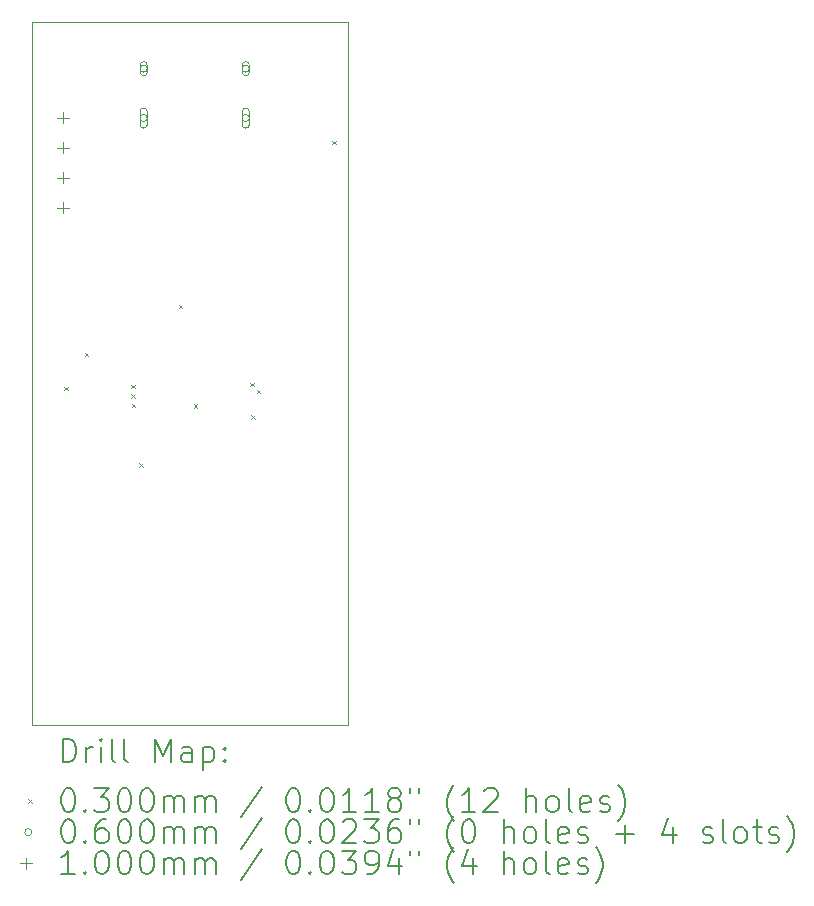
<source format=gbr>
%TF.GenerationSoftware,KiCad,Pcbnew,8.0.6*%
%TF.CreationDate,2025-05-14T20:02:42-04:00*%
%TF.ProjectId,touch_volume_controller,746f7563-685f-4766-9f6c-756d655f636f,rev?*%
%TF.SameCoordinates,Original*%
%TF.FileFunction,Drillmap*%
%TF.FilePolarity,Positive*%
%FSLAX45Y45*%
G04 Gerber Fmt 4.5, Leading zero omitted, Abs format (unit mm)*
G04 Created by KiCad (PCBNEW 8.0.6) date 2025-05-14 20:02:42*
%MOMM*%
%LPD*%
G01*
G04 APERTURE LIST*
%ADD10C,0.050000*%
%ADD11C,0.200000*%
%ADD12C,0.100000*%
G04 APERTURE END LIST*
D10*
X2834640Y-4841240D02*
X5511800Y-4841240D01*
X5511800Y-10797540D01*
X2834640Y-10797540D01*
X2834640Y-4841240D01*
D11*
D12*
X3107809Y-7933809D02*
X3137809Y-7963809D01*
X3137809Y-7933809D02*
X3107809Y-7963809D01*
X3279380Y-7643100D02*
X3309380Y-7673100D01*
X3309380Y-7643100D02*
X3279380Y-7673100D01*
X3672145Y-7913695D02*
X3702145Y-7943695D01*
X3702145Y-7913695D02*
X3672145Y-7943695D01*
X3675620Y-7993620D02*
X3705620Y-8023620D01*
X3705620Y-7993620D02*
X3675620Y-8023620D01*
X3678160Y-8074900D02*
X3708160Y-8104900D01*
X3708160Y-8074900D02*
X3678160Y-8104900D01*
X3742283Y-8578444D02*
X3772283Y-8608444D01*
X3772283Y-8578444D02*
X3742283Y-8608444D01*
X4076940Y-7239240D02*
X4106940Y-7269240D01*
X4106940Y-7239240D02*
X4076940Y-7269240D01*
X4202360Y-8078290D02*
X4232360Y-8108290D01*
X4232360Y-8078290D02*
X4202360Y-8108290D01*
X4679860Y-7896913D02*
X4709860Y-7926913D01*
X4709860Y-7896913D02*
X4679860Y-7926913D01*
X4691620Y-8173960D02*
X4721620Y-8203960D01*
X4721620Y-8173960D02*
X4691620Y-8203960D01*
X4735947Y-7956913D02*
X4765947Y-7986913D01*
X4765947Y-7956913D02*
X4735947Y-7986913D01*
X5374880Y-5847320D02*
X5404880Y-5877320D01*
X5404880Y-5847320D02*
X5374880Y-5877320D01*
X3809320Y-5239160D02*
G75*
G02*
X3749320Y-5239160I-30000J0D01*
G01*
X3749320Y-5239160D02*
G75*
G02*
X3809320Y-5239160I30000J0D01*
G01*
X3809320Y-5269160D02*
X3809320Y-5209160D01*
X3749320Y-5209160D02*
G75*
G02*
X3809320Y-5209160I30000J0D01*
G01*
X3749320Y-5209160D02*
X3749320Y-5269160D01*
X3749320Y-5269160D02*
G75*
G03*
X3809320Y-5269160I30000J0D01*
G01*
X3809320Y-5657160D02*
G75*
G02*
X3749320Y-5657160I-30000J0D01*
G01*
X3749320Y-5657160D02*
G75*
G02*
X3809320Y-5657160I30000J0D01*
G01*
X3809320Y-5712160D02*
X3809320Y-5602160D01*
X3749320Y-5602160D02*
G75*
G02*
X3809320Y-5602160I30000J0D01*
G01*
X3749320Y-5602160D02*
X3749320Y-5712160D01*
X3749320Y-5712160D02*
G75*
G03*
X3809320Y-5712160I30000J0D01*
G01*
X4673320Y-5239160D02*
G75*
G02*
X4613320Y-5239160I-30000J0D01*
G01*
X4613320Y-5239160D02*
G75*
G02*
X4673320Y-5239160I30000J0D01*
G01*
X4673320Y-5269160D02*
X4673320Y-5209160D01*
X4613320Y-5209160D02*
G75*
G02*
X4673320Y-5209160I30000J0D01*
G01*
X4613320Y-5209160D02*
X4613320Y-5269160D01*
X4613320Y-5269160D02*
G75*
G03*
X4673320Y-5269160I30000J0D01*
G01*
X4673320Y-5657160D02*
G75*
G02*
X4613320Y-5657160I-30000J0D01*
G01*
X4613320Y-5657160D02*
G75*
G02*
X4673320Y-5657160I30000J0D01*
G01*
X4673320Y-5712160D02*
X4673320Y-5602160D01*
X4613320Y-5602160D02*
G75*
G02*
X4673320Y-5602160I30000J0D01*
G01*
X4613320Y-5602160D02*
X4613320Y-5712160D01*
X4613320Y-5712160D02*
G75*
G03*
X4673320Y-5712160I30000J0D01*
G01*
X3096220Y-5602500D02*
X3096220Y-5702500D01*
X3046220Y-5652500D02*
X3146220Y-5652500D01*
X3096220Y-5856500D02*
X3096220Y-5956500D01*
X3046220Y-5906500D02*
X3146220Y-5906500D01*
X3096220Y-6110500D02*
X3096220Y-6210500D01*
X3046220Y-6160500D02*
X3146220Y-6160500D01*
X3096220Y-6364500D02*
X3096220Y-6464500D01*
X3046220Y-6414500D02*
X3146220Y-6414500D01*
D11*
X3092917Y-11111524D02*
X3092917Y-10911524D01*
X3092917Y-10911524D02*
X3140536Y-10911524D01*
X3140536Y-10911524D02*
X3169107Y-10921048D01*
X3169107Y-10921048D02*
X3188155Y-10940095D01*
X3188155Y-10940095D02*
X3197679Y-10959143D01*
X3197679Y-10959143D02*
X3207202Y-10997238D01*
X3207202Y-10997238D02*
X3207202Y-11025810D01*
X3207202Y-11025810D02*
X3197679Y-11063905D01*
X3197679Y-11063905D02*
X3188155Y-11082952D01*
X3188155Y-11082952D02*
X3169107Y-11102000D01*
X3169107Y-11102000D02*
X3140536Y-11111524D01*
X3140536Y-11111524D02*
X3092917Y-11111524D01*
X3292917Y-11111524D02*
X3292917Y-10978190D01*
X3292917Y-11016286D02*
X3302441Y-10997238D01*
X3302441Y-10997238D02*
X3311964Y-10987714D01*
X3311964Y-10987714D02*
X3331012Y-10978190D01*
X3331012Y-10978190D02*
X3350060Y-10978190D01*
X3416726Y-11111524D02*
X3416726Y-10978190D01*
X3416726Y-10911524D02*
X3407202Y-10921048D01*
X3407202Y-10921048D02*
X3416726Y-10930571D01*
X3416726Y-10930571D02*
X3426250Y-10921048D01*
X3426250Y-10921048D02*
X3416726Y-10911524D01*
X3416726Y-10911524D02*
X3416726Y-10930571D01*
X3540536Y-11111524D02*
X3521488Y-11102000D01*
X3521488Y-11102000D02*
X3511964Y-11082952D01*
X3511964Y-11082952D02*
X3511964Y-10911524D01*
X3645298Y-11111524D02*
X3626250Y-11102000D01*
X3626250Y-11102000D02*
X3616726Y-11082952D01*
X3616726Y-11082952D02*
X3616726Y-10911524D01*
X3873869Y-11111524D02*
X3873869Y-10911524D01*
X3873869Y-10911524D02*
X3940536Y-11054381D01*
X3940536Y-11054381D02*
X4007202Y-10911524D01*
X4007202Y-10911524D02*
X4007202Y-11111524D01*
X4188155Y-11111524D02*
X4188155Y-11006762D01*
X4188155Y-11006762D02*
X4178631Y-10987714D01*
X4178631Y-10987714D02*
X4159583Y-10978190D01*
X4159583Y-10978190D02*
X4121488Y-10978190D01*
X4121488Y-10978190D02*
X4102441Y-10987714D01*
X4188155Y-11102000D02*
X4169107Y-11111524D01*
X4169107Y-11111524D02*
X4121488Y-11111524D01*
X4121488Y-11111524D02*
X4102441Y-11102000D01*
X4102441Y-11102000D02*
X4092917Y-11082952D01*
X4092917Y-11082952D02*
X4092917Y-11063905D01*
X4092917Y-11063905D02*
X4102441Y-11044857D01*
X4102441Y-11044857D02*
X4121488Y-11035333D01*
X4121488Y-11035333D02*
X4169107Y-11035333D01*
X4169107Y-11035333D02*
X4188155Y-11025810D01*
X4283393Y-10978190D02*
X4283393Y-11178190D01*
X4283393Y-10987714D02*
X4302441Y-10978190D01*
X4302441Y-10978190D02*
X4340536Y-10978190D01*
X4340536Y-10978190D02*
X4359584Y-10987714D01*
X4359584Y-10987714D02*
X4369107Y-10997238D01*
X4369107Y-10997238D02*
X4378631Y-11016286D01*
X4378631Y-11016286D02*
X4378631Y-11073429D01*
X4378631Y-11073429D02*
X4369107Y-11092476D01*
X4369107Y-11092476D02*
X4359584Y-11102000D01*
X4359584Y-11102000D02*
X4340536Y-11111524D01*
X4340536Y-11111524D02*
X4302441Y-11111524D01*
X4302441Y-11111524D02*
X4283393Y-11102000D01*
X4464345Y-11092476D02*
X4473869Y-11102000D01*
X4473869Y-11102000D02*
X4464345Y-11111524D01*
X4464345Y-11111524D02*
X4454822Y-11102000D01*
X4454822Y-11102000D02*
X4464345Y-11092476D01*
X4464345Y-11092476D02*
X4464345Y-11111524D01*
X4464345Y-10987714D02*
X4473869Y-10997238D01*
X4473869Y-10997238D02*
X4464345Y-11006762D01*
X4464345Y-11006762D02*
X4454822Y-10997238D01*
X4454822Y-10997238D02*
X4464345Y-10987714D01*
X4464345Y-10987714D02*
X4464345Y-11006762D01*
D12*
X2802140Y-11425040D02*
X2832140Y-11455040D01*
X2832140Y-11425040D02*
X2802140Y-11455040D01*
D11*
X3131012Y-11331524D02*
X3150060Y-11331524D01*
X3150060Y-11331524D02*
X3169107Y-11341048D01*
X3169107Y-11341048D02*
X3178631Y-11350571D01*
X3178631Y-11350571D02*
X3188155Y-11369619D01*
X3188155Y-11369619D02*
X3197679Y-11407714D01*
X3197679Y-11407714D02*
X3197679Y-11455333D01*
X3197679Y-11455333D02*
X3188155Y-11493428D01*
X3188155Y-11493428D02*
X3178631Y-11512476D01*
X3178631Y-11512476D02*
X3169107Y-11522000D01*
X3169107Y-11522000D02*
X3150060Y-11531524D01*
X3150060Y-11531524D02*
X3131012Y-11531524D01*
X3131012Y-11531524D02*
X3111964Y-11522000D01*
X3111964Y-11522000D02*
X3102441Y-11512476D01*
X3102441Y-11512476D02*
X3092917Y-11493428D01*
X3092917Y-11493428D02*
X3083393Y-11455333D01*
X3083393Y-11455333D02*
X3083393Y-11407714D01*
X3083393Y-11407714D02*
X3092917Y-11369619D01*
X3092917Y-11369619D02*
X3102441Y-11350571D01*
X3102441Y-11350571D02*
X3111964Y-11341048D01*
X3111964Y-11341048D02*
X3131012Y-11331524D01*
X3283393Y-11512476D02*
X3292917Y-11522000D01*
X3292917Y-11522000D02*
X3283393Y-11531524D01*
X3283393Y-11531524D02*
X3273869Y-11522000D01*
X3273869Y-11522000D02*
X3283393Y-11512476D01*
X3283393Y-11512476D02*
X3283393Y-11531524D01*
X3359583Y-11331524D02*
X3483393Y-11331524D01*
X3483393Y-11331524D02*
X3416726Y-11407714D01*
X3416726Y-11407714D02*
X3445298Y-11407714D01*
X3445298Y-11407714D02*
X3464345Y-11417238D01*
X3464345Y-11417238D02*
X3473869Y-11426762D01*
X3473869Y-11426762D02*
X3483393Y-11445809D01*
X3483393Y-11445809D02*
X3483393Y-11493428D01*
X3483393Y-11493428D02*
X3473869Y-11512476D01*
X3473869Y-11512476D02*
X3464345Y-11522000D01*
X3464345Y-11522000D02*
X3445298Y-11531524D01*
X3445298Y-11531524D02*
X3388155Y-11531524D01*
X3388155Y-11531524D02*
X3369107Y-11522000D01*
X3369107Y-11522000D02*
X3359583Y-11512476D01*
X3607202Y-11331524D02*
X3626250Y-11331524D01*
X3626250Y-11331524D02*
X3645298Y-11341048D01*
X3645298Y-11341048D02*
X3654822Y-11350571D01*
X3654822Y-11350571D02*
X3664345Y-11369619D01*
X3664345Y-11369619D02*
X3673869Y-11407714D01*
X3673869Y-11407714D02*
X3673869Y-11455333D01*
X3673869Y-11455333D02*
X3664345Y-11493428D01*
X3664345Y-11493428D02*
X3654822Y-11512476D01*
X3654822Y-11512476D02*
X3645298Y-11522000D01*
X3645298Y-11522000D02*
X3626250Y-11531524D01*
X3626250Y-11531524D02*
X3607202Y-11531524D01*
X3607202Y-11531524D02*
X3588155Y-11522000D01*
X3588155Y-11522000D02*
X3578631Y-11512476D01*
X3578631Y-11512476D02*
X3569107Y-11493428D01*
X3569107Y-11493428D02*
X3559583Y-11455333D01*
X3559583Y-11455333D02*
X3559583Y-11407714D01*
X3559583Y-11407714D02*
X3569107Y-11369619D01*
X3569107Y-11369619D02*
X3578631Y-11350571D01*
X3578631Y-11350571D02*
X3588155Y-11341048D01*
X3588155Y-11341048D02*
X3607202Y-11331524D01*
X3797679Y-11331524D02*
X3816726Y-11331524D01*
X3816726Y-11331524D02*
X3835774Y-11341048D01*
X3835774Y-11341048D02*
X3845298Y-11350571D01*
X3845298Y-11350571D02*
X3854822Y-11369619D01*
X3854822Y-11369619D02*
X3864345Y-11407714D01*
X3864345Y-11407714D02*
X3864345Y-11455333D01*
X3864345Y-11455333D02*
X3854822Y-11493428D01*
X3854822Y-11493428D02*
X3845298Y-11512476D01*
X3845298Y-11512476D02*
X3835774Y-11522000D01*
X3835774Y-11522000D02*
X3816726Y-11531524D01*
X3816726Y-11531524D02*
X3797679Y-11531524D01*
X3797679Y-11531524D02*
X3778631Y-11522000D01*
X3778631Y-11522000D02*
X3769107Y-11512476D01*
X3769107Y-11512476D02*
X3759583Y-11493428D01*
X3759583Y-11493428D02*
X3750060Y-11455333D01*
X3750060Y-11455333D02*
X3750060Y-11407714D01*
X3750060Y-11407714D02*
X3759583Y-11369619D01*
X3759583Y-11369619D02*
X3769107Y-11350571D01*
X3769107Y-11350571D02*
X3778631Y-11341048D01*
X3778631Y-11341048D02*
X3797679Y-11331524D01*
X3950060Y-11531524D02*
X3950060Y-11398190D01*
X3950060Y-11417238D02*
X3959583Y-11407714D01*
X3959583Y-11407714D02*
X3978631Y-11398190D01*
X3978631Y-11398190D02*
X4007203Y-11398190D01*
X4007203Y-11398190D02*
X4026250Y-11407714D01*
X4026250Y-11407714D02*
X4035774Y-11426762D01*
X4035774Y-11426762D02*
X4035774Y-11531524D01*
X4035774Y-11426762D02*
X4045298Y-11407714D01*
X4045298Y-11407714D02*
X4064345Y-11398190D01*
X4064345Y-11398190D02*
X4092917Y-11398190D01*
X4092917Y-11398190D02*
X4111964Y-11407714D01*
X4111964Y-11407714D02*
X4121488Y-11426762D01*
X4121488Y-11426762D02*
X4121488Y-11531524D01*
X4216726Y-11531524D02*
X4216726Y-11398190D01*
X4216726Y-11417238D02*
X4226250Y-11407714D01*
X4226250Y-11407714D02*
X4245298Y-11398190D01*
X4245298Y-11398190D02*
X4273869Y-11398190D01*
X4273869Y-11398190D02*
X4292917Y-11407714D01*
X4292917Y-11407714D02*
X4302441Y-11426762D01*
X4302441Y-11426762D02*
X4302441Y-11531524D01*
X4302441Y-11426762D02*
X4311965Y-11407714D01*
X4311965Y-11407714D02*
X4331012Y-11398190D01*
X4331012Y-11398190D02*
X4359584Y-11398190D01*
X4359584Y-11398190D02*
X4378631Y-11407714D01*
X4378631Y-11407714D02*
X4388155Y-11426762D01*
X4388155Y-11426762D02*
X4388155Y-11531524D01*
X4778631Y-11322000D02*
X4607203Y-11579143D01*
X5035774Y-11331524D02*
X5054822Y-11331524D01*
X5054822Y-11331524D02*
X5073869Y-11341048D01*
X5073869Y-11341048D02*
X5083393Y-11350571D01*
X5083393Y-11350571D02*
X5092917Y-11369619D01*
X5092917Y-11369619D02*
X5102441Y-11407714D01*
X5102441Y-11407714D02*
X5102441Y-11455333D01*
X5102441Y-11455333D02*
X5092917Y-11493428D01*
X5092917Y-11493428D02*
X5083393Y-11512476D01*
X5083393Y-11512476D02*
X5073869Y-11522000D01*
X5073869Y-11522000D02*
X5054822Y-11531524D01*
X5054822Y-11531524D02*
X5035774Y-11531524D01*
X5035774Y-11531524D02*
X5016727Y-11522000D01*
X5016727Y-11522000D02*
X5007203Y-11512476D01*
X5007203Y-11512476D02*
X4997679Y-11493428D01*
X4997679Y-11493428D02*
X4988155Y-11455333D01*
X4988155Y-11455333D02*
X4988155Y-11407714D01*
X4988155Y-11407714D02*
X4997679Y-11369619D01*
X4997679Y-11369619D02*
X5007203Y-11350571D01*
X5007203Y-11350571D02*
X5016727Y-11341048D01*
X5016727Y-11341048D02*
X5035774Y-11331524D01*
X5188155Y-11512476D02*
X5197679Y-11522000D01*
X5197679Y-11522000D02*
X5188155Y-11531524D01*
X5188155Y-11531524D02*
X5178631Y-11522000D01*
X5178631Y-11522000D02*
X5188155Y-11512476D01*
X5188155Y-11512476D02*
X5188155Y-11531524D01*
X5321488Y-11331524D02*
X5340536Y-11331524D01*
X5340536Y-11331524D02*
X5359584Y-11341048D01*
X5359584Y-11341048D02*
X5369108Y-11350571D01*
X5369108Y-11350571D02*
X5378631Y-11369619D01*
X5378631Y-11369619D02*
X5388155Y-11407714D01*
X5388155Y-11407714D02*
X5388155Y-11455333D01*
X5388155Y-11455333D02*
X5378631Y-11493428D01*
X5378631Y-11493428D02*
X5369108Y-11512476D01*
X5369108Y-11512476D02*
X5359584Y-11522000D01*
X5359584Y-11522000D02*
X5340536Y-11531524D01*
X5340536Y-11531524D02*
X5321488Y-11531524D01*
X5321488Y-11531524D02*
X5302441Y-11522000D01*
X5302441Y-11522000D02*
X5292917Y-11512476D01*
X5292917Y-11512476D02*
X5283393Y-11493428D01*
X5283393Y-11493428D02*
X5273869Y-11455333D01*
X5273869Y-11455333D02*
X5273869Y-11407714D01*
X5273869Y-11407714D02*
X5283393Y-11369619D01*
X5283393Y-11369619D02*
X5292917Y-11350571D01*
X5292917Y-11350571D02*
X5302441Y-11341048D01*
X5302441Y-11341048D02*
X5321488Y-11331524D01*
X5578631Y-11531524D02*
X5464346Y-11531524D01*
X5521488Y-11531524D02*
X5521488Y-11331524D01*
X5521488Y-11331524D02*
X5502441Y-11360095D01*
X5502441Y-11360095D02*
X5483393Y-11379143D01*
X5483393Y-11379143D02*
X5464346Y-11388667D01*
X5769107Y-11531524D02*
X5654822Y-11531524D01*
X5711965Y-11531524D02*
X5711965Y-11331524D01*
X5711965Y-11331524D02*
X5692917Y-11360095D01*
X5692917Y-11360095D02*
X5673869Y-11379143D01*
X5673869Y-11379143D02*
X5654822Y-11388667D01*
X5883393Y-11417238D02*
X5864346Y-11407714D01*
X5864346Y-11407714D02*
X5854822Y-11398190D01*
X5854822Y-11398190D02*
X5845298Y-11379143D01*
X5845298Y-11379143D02*
X5845298Y-11369619D01*
X5845298Y-11369619D02*
X5854822Y-11350571D01*
X5854822Y-11350571D02*
X5864346Y-11341048D01*
X5864346Y-11341048D02*
X5883393Y-11331524D01*
X5883393Y-11331524D02*
X5921488Y-11331524D01*
X5921488Y-11331524D02*
X5940536Y-11341048D01*
X5940536Y-11341048D02*
X5950060Y-11350571D01*
X5950060Y-11350571D02*
X5959584Y-11369619D01*
X5959584Y-11369619D02*
X5959584Y-11379143D01*
X5959584Y-11379143D02*
X5950060Y-11398190D01*
X5950060Y-11398190D02*
X5940536Y-11407714D01*
X5940536Y-11407714D02*
X5921488Y-11417238D01*
X5921488Y-11417238D02*
X5883393Y-11417238D01*
X5883393Y-11417238D02*
X5864346Y-11426762D01*
X5864346Y-11426762D02*
X5854822Y-11436286D01*
X5854822Y-11436286D02*
X5845298Y-11455333D01*
X5845298Y-11455333D02*
X5845298Y-11493428D01*
X5845298Y-11493428D02*
X5854822Y-11512476D01*
X5854822Y-11512476D02*
X5864346Y-11522000D01*
X5864346Y-11522000D02*
X5883393Y-11531524D01*
X5883393Y-11531524D02*
X5921488Y-11531524D01*
X5921488Y-11531524D02*
X5940536Y-11522000D01*
X5940536Y-11522000D02*
X5950060Y-11512476D01*
X5950060Y-11512476D02*
X5959584Y-11493428D01*
X5959584Y-11493428D02*
X5959584Y-11455333D01*
X5959584Y-11455333D02*
X5950060Y-11436286D01*
X5950060Y-11436286D02*
X5940536Y-11426762D01*
X5940536Y-11426762D02*
X5921488Y-11417238D01*
X6035774Y-11331524D02*
X6035774Y-11369619D01*
X6111965Y-11331524D02*
X6111965Y-11369619D01*
X6407203Y-11607714D02*
X6397679Y-11598190D01*
X6397679Y-11598190D02*
X6378631Y-11569619D01*
X6378631Y-11569619D02*
X6369108Y-11550571D01*
X6369108Y-11550571D02*
X6359584Y-11522000D01*
X6359584Y-11522000D02*
X6350060Y-11474381D01*
X6350060Y-11474381D02*
X6350060Y-11436286D01*
X6350060Y-11436286D02*
X6359584Y-11388667D01*
X6359584Y-11388667D02*
X6369108Y-11360095D01*
X6369108Y-11360095D02*
X6378631Y-11341048D01*
X6378631Y-11341048D02*
X6397679Y-11312476D01*
X6397679Y-11312476D02*
X6407203Y-11302952D01*
X6588155Y-11531524D02*
X6473869Y-11531524D01*
X6531012Y-11531524D02*
X6531012Y-11331524D01*
X6531012Y-11331524D02*
X6511965Y-11360095D01*
X6511965Y-11360095D02*
X6492917Y-11379143D01*
X6492917Y-11379143D02*
X6473869Y-11388667D01*
X6664346Y-11350571D02*
X6673869Y-11341048D01*
X6673869Y-11341048D02*
X6692917Y-11331524D01*
X6692917Y-11331524D02*
X6740536Y-11331524D01*
X6740536Y-11331524D02*
X6759584Y-11341048D01*
X6759584Y-11341048D02*
X6769108Y-11350571D01*
X6769108Y-11350571D02*
X6778631Y-11369619D01*
X6778631Y-11369619D02*
X6778631Y-11388667D01*
X6778631Y-11388667D02*
X6769108Y-11417238D01*
X6769108Y-11417238D02*
X6654822Y-11531524D01*
X6654822Y-11531524D02*
X6778631Y-11531524D01*
X7016727Y-11531524D02*
X7016727Y-11331524D01*
X7102441Y-11531524D02*
X7102441Y-11426762D01*
X7102441Y-11426762D02*
X7092917Y-11407714D01*
X7092917Y-11407714D02*
X7073870Y-11398190D01*
X7073870Y-11398190D02*
X7045298Y-11398190D01*
X7045298Y-11398190D02*
X7026250Y-11407714D01*
X7026250Y-11407714D02*
X7016727Y-11417238D01*
X7226250Y-11531524D02*
X7207203Y-11522000D01*
X7207203Y-11522000D02*
X7197679Y-11512476D01*
X7197679Y-11512476D02*
X7188155Y-11493428D01*
X7188155Y-11493428D02*
X7188155Y-11436286D01*
X7188155Y-11436286D02*
X7197679Y-11417238D01*
X7197679Y-11417238D02*
X7207203Y-11407714D01*
X7207203Y-11407714D02*
X7226250Y-11398190D01*
X7226250Y-11398190D02*
X7254822Y-11398190D01*
X7254822Y-11398190D02*
X7273870Y-11407714D01*
X7273870Y-11407714D02*
X7283393Y-11417238D01*
X7283393Y-11417238D02*
X7292917Y-11436286D01*
X7292917Y-11436286D02*
X7292917Y-11493428D01*
X7292917Y-11493428D02*
X7283393Y-11512476D01*
X7283393Y-11512476D02*
X7273870Y-11522000D01*
X7273870Y-11522000D02*
X7254822Y-11531524D01*
X7254822Y-11531524D02*
X7226250Y-11531524D01*
X7407203Y-11531524D02*
X7388155Y-11522000D01*
X7388155Y-11522000D02*
X7378631Y-11502952D01*
X7378631Y-11502952D02*
X7378631Y-11331524D01*
X7559584Y-11522000D02*
X7540536Y-11531524D01*
X7540536Y-11531524D02*
X7502441Y-11531524D01*
X7502441Y-11531524D02*
X7483393Y-11522000D01*
X7483393Y-11522000D02*
X7473870Y-11502952D01*
X7473870Y-11502952D02*
X7473870Y-11426762D01*
X7473870Y-11426762D02*
X7483393Y-11407714D01*
X7483393Y-11407714D02*
X7502441Y-11398190D01*
X7502441Y-11398190D02*
X7540536Y-11398190D01*
X7540536Y-11398190D02*
X7559584Y-11407714D01*
X7559584Y-11407714D02*
X7569108Y-11426762D01*
X7569108Y-11426762D02*
X7569108Y-11445809D01*
X7569108Y-11445809D02*
X7473870Y-11464857D01*
X7645298Y-11522000D02*
X7664346Y-11531524D01*
X7664346Y-11531524D02*
X7702441Y-11531524D01*
X7702441Y-11531524D02*
X7721489Y-11522000D01*
X7721489Y-11522000D02*
X7731012Y-11502952D01*
X7731012Y-11502952D02*
X7731012Y-11493428D01*
X7731012Y-11493428D02*
X7721489Y-11474381D01*
X7721489Y-11474381D02*
X7702441Y-11464857D01*
X7702441Y-11464857D02*
X7673870Y-11464857D01*
X7673870Y-11464857D02*
X7654822Y-11455333D01*
X7654822Y-11455333D02*
X7645298Y-11436286D01*
X7645298Y-11436286D02*
X7645298Y-11426762D01*
X7645298Y-11426762D02*
X7654822Y-11407714D01*
X7654822Y-11407714D02*
X7673870Y-11398190D01*
X7673870Y-11398190D02*
X7702441Y-11398190D01*
X7702441Y-11398190D02*
X7721489Y-11407714D01*
X7797679Y-11607714D02*
X7807203Y-11598190D01*
X7807203Y-11598190D02*
X7826251Y-11569619D01*
X7826251Y-11569619D02*
X7835774Y-11550571D01*
X7835774Y-11550571D02*
X7845298Y-11522000D01*
X7845298Y-11522000D02*
X7854822Y-11474381D01*
X7854822Y-11474381D02*
X7854822Y-11436286D01*
X7854822Y-11436286D02*
X7845298Y-11388667D01*
X7845298Y-11388667D02*
X7835774Y-11360095D01*
X7835774Y-11360095D02*
X7826251Y-11341048D01*
X7826251Y-11341048D02*
X7807203Y-11312476D01*
X7807203Y-11312476D02*
X7797679Y-11302952D01*
D12*
X2832140Y-11704040D02*
G75*
G02*
X2772140Y-11704040I-30000J0D01*
G01*
X2772140Y-11704040D02*
G75*
G02*
X2832140Y-11704040I30000J0D01*
G01*
D11*
X3131012Y-11595524D02*
X3150060Y-11595524D01*
X3150060Y-11595524D02*
X3169107Y-11605048D01*
X3169107Y-11605048D02*
X3178631Y-11614571D01*
X3178631Y-11614571D02*
X3188155Y-11633619D01*
X3188155Y-11633619D02*
X3197679Y-11671714D01*
X3197679Y-11671714D02*
X3197679Y-11719333D01*
X3197679Y-11719333D02*
X3188155Y-11757428D01*
X3188155Y-11757428D02*
X3178631Y-11776476D01*
X3178631Y-11776476D02*
X3169107Y-11786000D01*
X3169107Y-11786000D02*
X3150060Y-11795524D01*
X3150060Y-11795524D02*
X3131012Y-11795524D01*
X3131012Y-11795524D02*
X3111964Y-11786000D01*
X3111964Y-11786000D02*
X3102441Y-11776476D01*
X3102441Y-11776476D02*
X3092917Y-11757428D01*
X3092917Y-11757428D02*
X3083393Y-11719333D01*
X3083393Y-11719333D02*
X3083393Y-11671714D01*
X3083393Y-11671714D02*
X3092917Y-11633619D01*
X3092917Y-11633619D02*
X3102441Y-11614571D01*
X3102441Y-11614571D02*
X3111964Y-11605048D01*
X3111964Y-11605048D02*
X3131012Y-11595524D01*
X3283393Y-11776476D02*
X3292917Y-11786000D01*
X3292917Y-11786000D02*
X3283393Y-11795524D01*
X3283393Y-11795524D02*
X3273869Y-11786000D01*
X3273869Y-11786000D02*
X3283393Y-11776476D01*
X3283393Y-11776476D02*
X3283393Y-11795524D01*
X3464345Y-11595524D02*
X3426250Y-11595524D01*
X3426250Y-11595524D02*
X3407202Y-11605048D01*
X3407202Y-11605048D02*
X3397679Y-11614571D01*
X3397679Y-11614571D02*
X3378631Y-11643143D01*
X3378631Y-11643143D02*
X3369107Y-11681238D01*
X3369107Y-11681238D02*
X3369107Y-11757428D01*
X3369107Y-11757428D02*
X3378631Y-11776476D01*
X3378631Y-11776476D02*
X3388155Y-11786000D01*
X3388155Y-11786000D02*
X3407202Y-11795524D01*
X3407202Y-11795524D02*
X3445298Y-11795524D01*
X3445298Y-11795524D02*
X3464345Y-11786000D01*
X3464345Y-11786000D02*
X3473869Y-11776476D01*
X3473869Y-11776476D02*
X3483393Y-11757428D01*
X3483393Y-11757428D02*
X3483393Y-11709809D01*
X3483393Y-11709809D02*
X3473869Y-11690762D01*
X3473869Y-11690762D02*
X3464345Y-11681238D01*
X3464345Y-11681238D02*
X3445298Y-11671714D01*
X3445298Y-11671714D02*
X3407202Y-11671714D01*
X3407202Y-11671714D02*
X3388155Y-11681238D01*
X3388155Y-11681238D02*
X3378631Y-11690762D01*
X3378631Y-11690762D02*
X3369107Y-11709809D01*
X3607202Y-11595524D02*
X3626250Y-11595524D01*
X3626250Y-11595524D02*
X3645298Y-11605048D01*
X3645298Y-11605048D02*
X3654822Y-11614571D01*
X3654822Y-11614571D02*
X3664345Y-11633619D01*
X3664345Y-11633619D02*
X3673869Y-11671714D01*
X3673869Y-11671714D02*
X3673869Y-11719333D01*
X3673869Y-11719333D02*
X3664345Y-11757428D01*
X3664345Y-11757428D02*
X3654822Y-11776476D01*
X3654822Y-11776476D02*
X3645298Y-11786000D01*
X3645298Y-11786000D02*
X3626250Y-11795524D01*
X3626250Y-11795524D02*
X3607202Y-11795524D01*
X3607202Y-11795524D02*
X3588155Y-11786000D01*
X3588155Y-11786000D02*
X3578631Y-11776476D01*
X3578631Y-11776476D02*
X3569107Y-11757428D01*
X3569107Y-11757428D02*
X3559583Y-11719333D01*
X3559583Y-11719333D02*
X3559583Y-11671714D01*
X3559583Y-11671714D02*
X3569107Y-11633619D01*
X3569107Y-11633619D02*
X3578631Y-11614571D01*
X3578631Y-11614571D02*
X3588155Y-11605048D01*
X3588155Y-11605048D02*
X3607202Y-11595524D01*
X3797679Y-11595524D02*
X3816726Y-11595524D01*
X3816726Y-11595524D02*
X3835774Y-11605048D01*
X3835774Y-11605048D02*
X3845298Y-11614571D01*
X3845298Y-11614571D02*
X3854822Y-11633619D01*
X3854822Y-11633619D02*
X3864345Y-11671714D01*
X3864345Y-11671714D02*
X3864345Y-11719333D01*
X3864345Y-11719333D02*
X3854822Y-11757428D01*
X3854822Y-11757428D02*
X3845298Y-11776476D01*
X3845298Y-11776476D02*
X3835774Y-11786000D01*
X3835774Y-11786000D02*
X3816726Y-11795524D01*
X3816726Y-11795524D02*
X3797679Y-11795524D01*
X3797679Y-11795524D02*
X3778631Y-11786000D01*
X3778631Y-11786000D02*
X3769107Y-11776476D01*
X3769107Y-11776476D02*
X3759583Y-11757428D01*
X3759583Y-11757428D02*
X3750060Y-11719333D01*
X3750060Y-11719333D02*
X3750060Y-11671714D01*
X3750060Y-11671714D02*
X3759583Y-11633619D01*
X3759583Y-11633619D02*
X3769107Y-11614571D01*
X3769107Y-11614571D02*
X3778631Y-11605048D01*
X3778631Y-11605048D02*
X3797679Y-11595524D01*
X3950060Y-11795524D02*
X3950060Y-11662190D01*
X3950060Y-11681238D02*
X3959583Y-11671714D01*
X3959583Y-11671714D02*
X3978631Y-11662190D01*
X3978631Y-11662190D02*
X4007203Y-11662190D01*
X4007203Y-11662190D02*
X4026250Y-11671714D01*
X4026250Y-11671714D02*
X4035774Y-11690762D01*
X4035774Y-11690762D02*
X4035774Y-11795524D01*
X4035774Y-11690762D02*
X4045298Y-11671714D01*
X4045298Y-11671714D02*
X4064345Y-11662190D01*
X4064345Y-11662190D02*
X4092917Y-11662190D01*
X4092917Y-11662190D02*
X4111964Y-11671714D01*
X4111964Y-11671714D02*
X4121488Y-11690762D01*
X4121488Y-11690762D02*
X4121488Y-11795524D01*
X4216726Y-11795524D02*
X4216726Y-11662190D01*
X4216726Y-11681238D02*
X4226250Y-11671714D01*
X4226250Y-11671714D02*
X4245298Y-11662190D01*
X4245298Y-11662190D02*
X4273869Y-11662190D01*
X4273869Y-11662190D02*
X4292917Y-11671714D01*
X4292917Y-11671714D02*
X4302441Y-11690762D01*
X4302441Y-11690762D02*
X4302441Y-11795524D01*
X4302441Y-11690762D02*
X4311965Y-11671714D01*
X4311965Y-11671714D02*
X4331012Y-11662190D01*
X4331012Y-11662190D02*
X4359584Y-11662190D01*
X4359584Y-11662190D02*
X4378631Y-11671714D01*
X4378631Y-11671714D02*
X4388155Y-11690762D01*
X4388155Y-11690762D02*
X4388155Y-11795524D01*
X4778631Y-11586000D02*
X4607203Y-11843143D01*
X5035774Y-11595524D02*
X5054822Y-11595524D01*
X5054822Y-11595524D02*
X5073869Y-11605048D01*
X5073869Y-11605048D02*
X5083393Y-11614571D01*
X5083393Y-11614571D02*
X5092917Y-11633619D01*
X5092917Y-11633619D02*
X5102441Y-11671714D01*
X5102441Y-11671714D02*
X5102441Y-11719333D01*
X5102441Y-11719333D02*
X5092917Y-11757428D01*
X5092917Y-11757428D02*
X5083393Y-11776476D01*
X5083393Y-11776476D02*
X5073869Y-11786000D01*
X5073869Y-11786000D02*
X5054822Y-11795524D01*
X5054822Y-11795524D02*
X5035774Y-11795524D01*
X5035774Y-11795524D02*
X5016727Y-11786000D01*
X5016727Y-11786000D02*
X5007203Y-11776476D01*
X5007203Y-11776476D02*
X4997679Y-11757428D01*
X4997679Y-11757428D02*
X4988155Y-11719333D01*
X4988155Y-11719333D02*
X4988155Y-11671714D01*
X4988155Y-11671714D02*
X4997679Y-11633619D01*
X4997679Y-11633619D02*
X5007203Y-11614571D01*
X5007203Y-11614571D02*
X5016727Y-11605048D01*
X5016727Y-11605048D02*
X5035774Y-11595524D01*
X5188155Y-11776476D02*
X5197679Y-11786000D01*
X5197679Y-11786000D02*
X5188155Y-11795524D01*
X5188155Y-11795524D02*
X5178631Y-11786000D01*
X5178631Y-11786000D02*
X5188155Y-11776476D01*
X5188155Y-11776476D02*
X5188155Y-11795524D01*
X5321488Y-11595524D02*
X5340536Y-11595524D01*
X5340536Y-11595524D02*
X5359584Y-11605048D01*
X5359584Y-11605048D02*
X5369108Y-11614571D01*
X5369108Y-11614571D02*
X5378631Y-11633619D01*
X5378631Y-11633619D02*
X5388155Y-11671714D01*
X5388155Y-11671714D02*
X5388155Y-11719333D01*
X5388155Y-11719333D02*
X5378631Y-11757428D01*
X5378631Y-11757428D02*
X5369108Y-11776476D01*
X5369108Y-11776476D02*
X5359584Y-11786000D01*
X5359584Y-11786000D02*
X5340536Y-11795524D01*
X5340536Y-11795524D02*
X5321488Y-11795524D01*
X5321488Y-11795524D02*
X5302441Y-11786000D01*
X5302441Y-11786000D02*
X5292917Y-11776476D01*
X5292917Y-11776476D02*
X5283393Y-11757428D01*
X5283393Y-11757428D02*
X5273869Y-11719333D01*
X5273869Y-11719333D02*
X5273869Y-11671714D01*
X5273869Y-11671714D02*
X5283393Y-11633619D01*
X5283393Y-11633619D02*
X5292917Y-11614571D01*
X5292917Y-11614571D02*
X5302441Y-11605048D01*
X5302441Y-11605048D02*
X5321488Y-11595524D01*
X5464346Y-11614571D02*
X5473869Y-11605048D01*
X5473869Y-11605048D02*
X5492917Y-11595524D01*
X5492917Y-11595524D02*
X5540536Y-11595524D01*
X5540536Y-11595524D02*
X5559584Y-11605048D01*
X5559584Y-11605048D02*
X5569108Y-11614571D01*
X5569108Y-11614571D02*
X5578631Y-11633619D01*
X5578631Y-11633619D02*
X5578631Y-11652667D01*
X5578631Y-11652667D02*
X5569108Y-11681238D01*
X5569108Y-11681238D02*
X5454822Y-11795524D01*
X5454822Y-11795524D02*
X5578631Y-11795524D01*
X5645298Y-11595524D02*
X5769107Y-11595524D01*
X5769107Y-11595524D02*
X5702441Y-11671714D01*
X5702441Y-11671714D02*
X5731012Y-11671714D01*
X5731012Y-11671714D02*
X5750060Y-11681238D01*
X5750060Y-11681238D02*
X5759584Y-11690762D01*
X5759584Y-11690762D02*
X5769107Y-11709809D01*
X5769107Y-11709809D02*
X5769107Y-11757428D01*
X5769107Y-11757428D02*
X5759584Y-11776476D01*
X5759584Y-11776476D02*
X5750060Y-11786000D01*
X5750060Y-11786000D02*
X5731012Y-11795524D01*
X5731012Y-11795524D02*
X5673869Y-11795524D01*
X5673869Y-11795524D02*
X5654822Y-11786000D01*
X5654822Y-11786000D02*
X5645298Y-11776476D01*
X5940536Y-11595524D02*
X5902441Y-11595524D01*
X5902441Y-11595524D02*
X5883393Y-11605048D01*
X5883393Y-11605048D02*
X5873869Y-11614571D01*
X5873869Y-11614571D02*
X5854822Y-11643143D01*
X5854822Y-11643143D02*
X5845298Y-11681238D01*
X5845298Y-11681238D02*
X5845298Y-11757428D01*
X5845298Y-11757428D02*
X5854822Y-11776476D01*
X5854822Y-11776476D02*
X5864346Y-11786000D01*
X5864346Y-11786000D02*
X5883393Y-11795524D01*
X5883393Y-11795524D02*
X5921488Y-11795524D01*
X5921488Y-11795524D02*
X5940536Y-11786000D01*
X5940536Y-11786000D02*
X5950060Y-11776476D01*
X5950060Y-11776476D02*
X5959584Y-11757428D01*
X5959584Y-11757428D02*
X5959584Y-11709809D01*
X5959584Y-11709809D02*
X5950060Y-11690762D01*
X5950060Y-11690762D02*
X5940536Y-11681238D01*
X5940536Y-11681238D02*
X5921488Y-11671714D01*
X5921488Y-11671714D02*
X5883393Y-11671714D01*
X5883393Y-11671714D02*
X5864346Y-11681238D01*
X5864346Y-11681238D02*
X5854822Y-11690762D01*
X5854822Y-11690762D02*
X5845298Y-11709809D01*
X6035774Y-11595524D02*
X6035774Y-11633619D01*
X6111965Y-11595524D02*
X6111965Y-11633619D01*
X6407203Y-11871714D02*
X6397679Y-11862190D01*
X6397679Y-11862190D02*
X6378631Y-11833619D01*
X6378631Y-11833619D02*
X6369108Y-11814571D01*
X6369108Y-11814571D02*
X6359584Y-11786000D01*
X6359584Y-11786000D02*
X6350060Y-11738381D01*
X6350060Y-11738381D02*
X6350060Y-11700286D01*
X6350060Y-11700286D02*
X6359584Y-11652667D01*
X6359584Y-11652667D02*
X6369108Y-11624095D01*
X6369108Y-11624095D02*
X6378631Y-11605048D01*
X6378631Y-11605048D02*
X6397679Y-11576476D01*
X6397679Y-11576476D02*
X6407203Y-11566952D01*
X6521488Y-11595524D02*
X6540536Y-11595524D01*
X6540536Y-11595524D02*
X6559584Y-11605048D01*
X6559584Y-11605048D02*
X6569108Y-11614571D01*
X6569108Y-11614571D02*
X6578631Y-11633619D01*
X6578631Y-11633619D02*
X6588155Y-11671714D01*
X6588155Y-11671714D02*
X6588155Y-11719333D01*
X6588155Y-11719333D02*
X6578631Y-11757428D01*
X6578631Y-11757428D02*
X6569108Y-11776476D01*
X6569108Y-11776476D02*
X6559584Y-11786000D01*
X6559584Y-11786000D02*
X6540536Y-11795524D01*
X6540536Y-11795524D02*
X6521488Y-11795524D01*
X6521488Y-11795524D02*
X6502441Y-11786000D01*
X6502441Y-11786000D02*
X6492917Y-11776476D01*
X6492917Y-11776476D02*
X6483393Y-11757428D01*
X6483393Y-11757428D02*
X6473869Y-11719333D01*
X6473869Y-11719333D02*
X6473869Y-11671714D01*
X6473869Y-11671714D02*
X6483393Y-11633619D01*
X6483393Y-11633619D02*
X6492917Y-11614571D01*
X6492917Y-11614571D02*
X6502441Y-11605048D01*
X6502441Y-11605048D02*
X6521488Y-11595524D01*
X6826250Y-11795524D02*
X6826250Y-11595524D01*
X6911965Y-11795524D02*
X6911965Y-11690762D01*
X6911965Y-11690762D02*
X6902441Y-11671714D01*
X6902441Y-11671714D02*
X6883393Y-11662190D01*
X6883393Y-11662190D02*
X6854822Y-11662190D01*
X6854822Y-11662190D02*
X6835774Y-11671714D01*
X6835774Y-11671714D02*
X6826250Y-11681238D01*
X7035774Y-11795524D02*
X7016727Y-11786000D01*
X7016727Y-11786000D02*
X7007203Y-11776476D01*
X7007203Y-11776476D02*
X6997679Y-11757428D01*
X6997679Y-11757428D02*
X6997679Y-11700286D01*
X6997679Y-11700286D02*
X7007203Y-11681238D01*
X7007203Y-11681238D02*
X7016727Y-11671714D01*
X7016727Y-11671714D02*
X7035774Y-11662190D01*
X7035774Y-11662190D02*
X7064346Y-11662190D01*
X7064346Y-11662190D02*
X7083393Y-11671714D01*
X7083393Y-11671714D02*
X7092917Y-11681238D01*
X7092917Y-11681238D02*
X7102441Y-11700286D01*
X7102441Y-11700286D02*
X7102441Y-11757428D01*
X7102441Y-11757428D02*
X7092917Y-11776476D01*
X7092917Y-11776476D02*
X7083393Y-11786000D01*
X7083393Y-11786000D02*
X7064346Y-11795524D01*
X7064346Y-11795524D02*
X7035774Y-11795524D01*
X7216727Y-11795524D02*
X7197679Y-11786000D01*
X7197679Y-11786000D02*
X7188155Y-11766952D01*
X7188155Y-11766952D02*
X7188155Y-11595524D01*
X7369108Y-11786000D02*
X7350060Y-11795524D01*
X7350060Y-11795524D02*
X7311965Y-11795524D01*
X7311965Y-11795524D02*
X7292917Y-11786000D01*
X7292917Y-11786000D02*
X7283393Y-11766952D01*
X7283393Y-11766952D02*
X7283393Y-11690762D01*
X7283393Y-11690762D02*
X7292917Y-11671714D01*
X7292917Y-11671714D02*
X7311965Y-11662190D01*
X7311965Y-11662190D02*
X7350060Y-11662190D01*
X7350060Y-11662190D02*
X7369108Y-11671714D01*
X7369108Y-11671714D02*
X7378631Y-11690762D01*
X7378631Y-11690762D02*
X7378631Y-11709809D01*
X7378631Y-11709809D02*
X7283393Y-11728857D01*
X7454822Y-11786000D02*
X7473870Y-11795524D01*
X7473870Y-11795524D02*
X7511965Y-11795524D01*
X7511965Y-11795524D02*
X7531012Y-11786000D01*
X7531012Y-11786000D02*
X7540536Y-11766952D01*
X7540536Y-11766952D02*
X7540536Y-11757428D01*
X7540536Y-11757428D02*
X7531012Y-11738381D01*
X7531012Y-11738381D02*
X7511965Y-11728857D01*
X7511965Y-11728857D02*
X7483393Y-11728857D01*
X7483393Y-11728857D02*
X7464346Y-11719333D01*
X7464346Y-11719333D02*
X7454822Y-11700286D01*
X7454822Y-11700286D02*
X7454822Y-11690762D01*
X7454822Y-11690762D02*
X7464346Y-11671714D01*
X7464346Y-11671714D02*
X7483393Y-11662190D01*
X7483393Y-11662190D02*
X7511965Y-11662190D01*
X7511965Y-11662190D02*
X7531012Y-11671714D01*
X7778632Y-11719333D02*
X7931013Y-11719333D01*
X7854822Y-11795524D02*
X7854822Y-11643143D01*
X8264346Y-11662190D02*
X8264346Y-11795524D01*
X8216727Y-11586000D02*
X8169108Y-11728857D01*
X8169108Y-11728857D02*
X8292917Y-11728857D01*
X8511965Y-11786000D02*
X8531013Y-11795524D01*
X8531013Y-11795524D02*
X8569108Y-11795524D01*
X8569108Y-11795524D02*
X8588156Y-11786000D01*
X8588156Y-11786000D02*
X8597679Y-11766952D01*
X8597679Y-11766952D02*
X8597679Y-11757428D01*
X8597679Y-11757428D02*
X8588156Y-11738381D01*
X8588156Y-11738381D02*
X8569108Y-11728857D01*
X8569108Y-11728857D02*
X8540536Y-11728857D01*
X8540536Y-11728857D02*
X8521489Y-11719333D01*
X8521489Y-11719333D02*
X8511965Y-11700286D01*
X8511965Y-11700286D02*
X8511965Y-11690762D01*
X8511965Y-11690762D02*
X8521489Y-11671714D01*
X8521489Y-11671714D02*
X8540536Y-11662190D01*
X8540536Y-11662190D02*
X8569108Y-11662190D01*
X8569108Y-11662190D02*
X8588156Y-11671714D01*
X8711965Y-11795524D02*
X8692917Y-11786000D01*
X8692917Y-11786000D02*
X8683394Y-11766952D01*
X8683394Y-11766952D02*
X8683394Y-11595524D01*
X8816727Y-11795524D02*
X8797679Y-11786000D01*
X8797679Y-11786000D02*
X8788156Y-11776476D01*
X8788156Y-11776476D02*
X8778632Y-11757428D01*
X8778632Y-11757428D02*
X8778632Y-11700286D01*
X8778632Y-11700286D02*
X8788156Y-11681238D01*
X8788156Y-11681238D02*
X8797679Y-11671714D01*
X8797679Y-11671714D02*
X8816727Y-11662190D01*
X8816727Y-11662190D02*
X8845298Y-11662190D01*
X8845298Y-11662190D02*
X8864346Y-11671714D01*
X8864346Y-11671714D02*
X8873870Y-11681238D01*
X8873870Y-11681238D02*
X8883394Y-11700286D01*
X8883394Y-11700286D02*
X8883394Y-11757428D01*
X8883394Y-11757428D02*
X8873870Y-11776476D01*
X8873870Y-11776476D02*
X8864346Y-11786000D01*
X8864346Y-11786000D02*
X8845298Y-11795524D01*
X8845298Y-11795524D02*
X8816727Y-11795524D01*
X8940537Y-11662190D02*
X9016727Y-11662190D01*
X8969108Y-11595524D02*
X8969108Y-11766952D01*
X8969108Y-11766952D02*
X8978632Y-11786000D01*
X8978632Y-11786000D02*
X8997679Y-11795524D01*
X8997679Y-11795524D02*
X9016727Y-11795524D01*
X9073870Y-11786000D02*
X9092917Y-11795524D01*
X9092917Y-11795524D02*
X9131013Y-11795524D01*
X9131013Y-11795524D02*
X9150060Y-11786000D01*
X9150060Y-11786000D02*
X9159584Y-11766952D01*
X9159584Y-11766952D02*
X9159584Y-11757428D01*
X9159584Y-11757428D02*
X9150060Y-11738381D01*
X9150060Y-11738381D02*
X9131013Y-11728857D01*
X9131013Y-11728857D02*
X9102441Y-11728857D01*
X9102441Y-11728857D02*
X9083394Y-11719333D01*
X9083394Y-11719333D02*
X9073870Y-11700286D01*
X9073870Y-11700286D02*
X9073870Y-11690762D01*
X9073870Y-11690762D02*
X9083394Y-11671714D01*
X9083394Y-11671714D02*
X9102441Y-11662190D01*
X9102441Y-11662190D02*
X9131013Y-11662190D01*
X9131013Y-11662190D02*
X9150060Y-11671714D01*
X9226251Y-11871714D02*
X9235775Y-11862190D01*
X9235775Y-11862190D02*
X9254822Y-11833619D01*
X9254822Y-11833619D02*
X9264346Y-11814571D01*
X9264346Y-11814571D02*
X9273870Y-11786000D01*
X9273870Y-11786000D02*
X9283394Y-11738381D01*
X9283394Y-11738381D02*
X9283394Y-11700286D01*
X9283394Y-11700286D02*
X9273870Y-11652667D01*
X9273870Y-11652667D02*
X9264346Y-11624095D01*
X9264346Y-11624095D02*
X9254822Y-11605048D01*
X9254822Y-11605048D02*
X9235775Y-11576476D01*
X9235775Y-11576476D02*
X9226251Y-11566952D01*
D12*
X2782140Y-11918040D02*
X2782140Y-12018040D01*
X2732140Y-11968040D02*
X2832140Y-11968040D01*
D11*
X3197679Y-12059524D02*
X3083393Y-12059524D01*
X3140536Y-12059524D02*
X3140536Y-11859524D01*
X3140536Y-11859524D02*
X3121488Y-11888095D01*
X3121488Y-11888095D02*
X3102441Y-11907143D01*
X3102441Y-11907143D02*
X3083393Y-11916667D01*
X3283393Y-12040476D02*
X3292917Y-12050000D01*
X3292917Y-12050000D02*
X3283393Y-12059524D01*
X3283393Y-12059524D02*
X3273869Y-12050000D01*
X3273869Y-12050000D02*
X3283393Y-12040476D01*
X3283393Y-12040476D02*
X3283393Y-12059524D01*
X3416726Y-11859524D02*
X3435774Y-11859524D01*
X3435774Y-11859524D02*
X3454822Y-11869048D01*
X3454822Y-11869048D02*
X3464345Y-11878571D01*
X3464345Y-11878571D02*
X3473869Y-11897619D01*
X3473869Y-11897619D02*
X3483393Y-11935714D01*
X3483393Y-11935714D02*
X3483393Y-11983333D01*
X3483393Y-11983333D02*
X3473869Y-12021428D01*
X3473869Y-12021428D02*
X3464345Y-12040476D01*
X3464345Y-12040476D02*
X3454822Y-12050000D01*
X3454822Y-12050000D02*
X3435774Y-12059524D01*
X3435774Y-12059524D02*
X3416726Y-12059524D01*
X3416726Y-12059524D02*
X3397679Y-12050000D01*
X3397679Y-12050000D02*
X3388155Y-12040476D01*
X3388155Y-12040476D02*
X3378631Y-12021428D01*
X3378631Y-12021428D02*
X3369107Y-11983333D01*
X3369107Y-11983333D02*
X3369107Y-11935714D01*
X3369107Y-11935714D02*
X3378631Y-11897619D01*
X3378631Y-11897619D02*
X3388155Y-11878571D01*
X3388155Y-11878571D02*
X3397679Y-11869048D01*
X3397679Y-11869048D02*
X3416726Y-11859524D01*
X3607202Y-11859524D02*
X3626250Y-11859524D01*
X3626250Y-11859524D02*
X3645298Y-11869048D01*
X3645298Y-11869048D02*
X3654822Y-11878571D01*
X3654822Y-11878571D02*
X3664345Y-11897619D01*
X3664345Y-11897619D02*
X3673869Y-11935714D01*
X3673869Y-11935714D02*
X3673869Y-11983333D01*
X3673869Y-11983333D02*
X3664345Y-12021428D01*
X3664345Y-12021428D02*
X3654822Y-12040476D01*
X3654822Y-12040476D02*
X3645298Y-12050000D01*
X3645298Y-12050000D02*
X3626250Y-12059524D01*
X3626250Y-12059524D02*
X3607202Y-12059524D01*
X3607202Y-12059524D02*
X3588155Y-12050000D01*
X3588155Y-12050000D02*
X3578631Y-12040476D01*
X3578631Y-12040476D02*
X3569107Y-12021428D01*
X3569107Y-12021428D02*
X3559583Y-11983333D01*
X3559583Y-11983333D02*
X3559583Y-11935714D01*
X3559583Y-11935714D02*
X3569107Y-11897619D01*
X3569107Y-11897619D02*
X3578631Y-11878571D01*
X3578631Y-11878571D02*
X3588155Y-11869048D01*
X3588155Y-11869048D02*
X3607202Y-11859524D01*
X3797679Y-11859524D02*
X3816726Y-11859524D01*
X3816726Y-11859524D02*
X3835774Y-11869048D01*
X3835774Y-11869048D02*
X3845298Y-11878571D01*
X3845298Y-11878571D02*
X3854822Y-11897619D01*
X3854822Y-11897619D02*
X3864345Y-11935714D01*
X3864345Y-11935714D02*
X3864345Y-11983333D01*
X3864345Y-11983333D02*
X3854822Y-12021428D01*
X3854822Y-12021428D02*
X3845298Y-12040476D01*
X3845298Y-12040476D02*
X3835774Y-12050000D01*
X3835774Y-12050000D02*
X3816726Y-12059524D01*
X3816726Y-12059524D02*
X3797679Y-12059524D01*
X3797679Y-12059524D02*
X3778631Y-12050000D01*
X3778631Y-12050000D02*
X3769107Y-12040476D01*
X3769107Y-12040476D02*
X3759583Y-12021428D01*
X3759583Y-12021428D02*
X3750060Y-11983333D01*
X3750060Y-11983333D02*
X3750060Y-11935714D01*
X3750060Y-11935714D02*
X3759583Y-11897619D01*
X3759583Y-11897619D02*
X3769107Y-11878571D01*
X3769107Y-11878571D02*
X3778631Y-11869048D01*
X3778631Y-11869048D02*
X3797679Y-11859524D01*
X3950060Y-12059524D02*
X3950060Y-11926190D01*
X3950060Y-11945238D02*
X3959583Y-11935714D01*
X3959583Y-11935714D02*
X3978631Y-11926190D01*
X3978631Y-11926190D02*
X4007203Y-11926190D01*
X4007203Y-11926190D02*
X4026250Y-11935714D01*
X4026250Y-11935714D02*
X4035774Y-11954762D01*
X4035774Y-11954762D02*
X4035774Y-12059524D01*
X4035774Y-11954762D02*
X4045298Y-11935714D01*
X4045298Y-11935714D02*
X4064345Y-11926190D01*
X4064345Y-11926190D02*
X4092917Y-11926190D01*
X4092917Y-11926190D02*
X4111964Y-11935714D01*
X4111964Y-11935714D02*
X4121488Y-11954762D01*
X4121488Y-11954762D02*
X4121488Y-12059524D01*
X4216726Y-12059524D02*
X4216726Y-11926190D01*
X4216726Y-11945238D02*
X4226250Y-11935714D01*
X4226250Y-11935714D02*
X4245298Y-11926190D01*
X4245298Y-11926190D02*
X4273869Y-11926190D01*
X4273869Y-11926190D02*
X4292917Y-11935714D01*
X4292917Y-11935714D02*
X4302441Y-11954762D01*
X4302441Y-11954762D02*
X4302441Y-12059524D01*
X4302441Y-11954762D02*
X4311965Y-11935714D01*
X4311965Y-11935714D02*
X4331012Y-11926190D01*
X4331012Y-11926190D02*
X4359584Y-11926190D01*
X4359584Y-11926190D02*
X4378631Y-11935714D01*
X4378631Y-11935714D02*
X4388155Y-11954762D01*
X4388155Y-11954762D02*
X4388155Y-12059524D01*
X4778631Y-11850000D02*
X4607203Y-12107143D01*
X5035774Y-11859524D02*
X5054822Y-11859524D01*
X5054822Y-11859524D02*
X5073869Y-11869048D01*
X5073869Y-11869048D02*
X5083393Y-11878571D01*
X5083393Y-11878571D02*
X5092917Y-11897619D01*
X5092917Y-11897619D02*
X5102441Y-11935714D01*
X5102441Y-11935714D02*
X5102441Y-11983333D01*
X5102441Y-11983333D02*
X5092917Y-12021428D01*
X5092917Y-12021428D02*
X5083393Y-12040476D01*
X5083393Y-12040476D02*
X5073869Y-12050000D01*
X5073869Y-12050000D02*
X5054822Y-12059524D01*
X5054822Y-12059524D02*
X5035774Y-12059524D01*
X5035774Y-12059524D02*
X5016727Y-12050000D01*
X5016727Y-12050000D02*
X5007203Y-12040476D01*
X5007203Y-12040476D02*
X4997679Y-12021428D01*
X4997679Y-12021428D02*
X4988155Y-11983333D01*
X4988155Y-11983333D02*
X4988155Y-11935714D01*
X4988155Y-11935714D02*
X4997679Y-11897619D01*
X4997679Y-11897619D02*
X5007203Y-11878571D01*
X5007203Y-11878571D02*
X5016727Y-11869048D01*
X5016727Y-11869048D02*
X5035774Y-11859524D01*
X5188155Y-12040476D02*
X5197679Y-12050000D01*
X5197679Y-12050000D02*
X5188155Y-12059524D01*
X5188155Y-12059524D02*
X5178631Y-12050000D01*
X5178631Y-12050000D02*
X5188155Y-12040476D01*
X5188155Y-12040476D02*
X5188155Y-12059524D01*
X5321488Y-11859524D02*
X5340536Y-11859524D01*
X5340536Y-11859524D02*
X5359584Y-11869048D01*
X5359584Y-11869048D02*
X5369108Y-11878571D01*
X5369108Y-11878571D02*
X5378631Y-11897619D01*
X5378631Y-11897619D02*
X5388155Y-11935714D01*
X5388155Y-11935714D02*
X5388155Y-11983333D01*
X5388155Y-11983333D02*
X5378631Y-12021428D01*
X5378631Y-12021428D02*
X5369108Y-12040476D01*
X5369108Y-12040476D02*
X5359584Y-12050000D01*
X5359584Y-12050000D02*
X5340536Y-12059524D01*
X5340536Y-12059524D02*
X5321488Y-12059524D01*
X5321488Y-12059524D02*
X5302441Y-12050000D01*
X5302441Y-12050000D02*
X5292917Y-12040476D01*
X5292917Y-12040476D02*
X5283393Y-12021428D01*
X5283393Y-12021428D02*
X5273869Y-11983333D01*
X5273869Y-11983333D02*
X5273869Y-11935714D01*
X5273869Y-11935714D02*
X5283393Y-11897619D01*
X5283393Y-11897619D02*
X5292917Y-11878571D01*
X5292917Y-11878571D02*
X5302441Y-11869048D01*
X5302441Y-11869048D02*
X5321488Y-11859524D01*
X5454822Y-11859524D02*
X5578631Y-11859524D01*
X5578631Y-11859524D02*
X5511965Y-11935714D01*
X5511965Y-11935714D02*
X5540536Y-11935714D01*
X5540536Y-11935714D02*
X5559584Y-11945238D01*
X5559584Y-11945238D02*
X5569108Y-11954762D01*
X5569108Y-11954762D02*
X5578631Y-11973809D01*
X5578631Y-11973809D02*
X5578631Y-12021428D01*
X5578631Y-12021428D02*
X5569108Y-12040476D01*
X5569108Y-12040476D02*
X5559584Y-12050000D01*
X5559584Y-12050000D02*
X5540536Y-12059524D01*
X5540536Y-12059524D02*
X5483393Y-12059524D01*
X5483393Y-12059524D02*
X5464346Y-12050000D01*
X5464346Y-12050000D02*
X5454822Y-12040476D01*
X5673869Y-12059524D02*
X5711965Y-12059524D01*
X5711965Y-12059524D02*
X5731012Y-12050000D01*
X5731012Y-12050000D02*
X5740536Y-12040476D01*
X5740536Y-12040476D02*
X5759584Y-12011905D01*
X5759584Y-12011905D02*
X5769107Y-11973809D01*
X5769107Y-11973809D02*
X5769107Y-11897619D01*
X5769107Y-11897619D02*
X5759584Y-11878571D01*
X5759584Y-11878571D02*
X5750060Y-11869048D01*
X5750060Y-11869048D02*
X5731012Y-11859524D01*
X5731012Y-11859524D02*
X5692917Y-11859524D01*
X5692917Y-11859524D02*
X5673869Y-11869048D01*
X5673869Y-11869048D02*
X5664346Y-11878571D01*
X5664346Y-11878571D02*
X5654822Y-11897619D01*
X5654822Y-11897619D02*
X5654822Y-11945238D01*
X5654822Y-11945238D02*
X5664346Y-11964286D01*
X5664346Y-11964286D02*
X5673869Y-11973809D01*
X5673869Y-11973809D02*
X5692917Y-11983333D01*
X5692917Y-11983333D02*
X5731012Y-11983333D01*
X5731012Y-11983333D02*
X5750060Y-11973809D01*
X5750060Y-11973809D02*
X5759584Y-11964286D01*
X5759584Y-11964286D02*
X5769107Y-11945238D01*
X5940536Y-11926190D02*
X5940536Y-12059524D01*
X5892917Y-11850000D02*
X5845298Y-11992857D01*
X5845298Y-11992857D02*
X5969107Y-11992857D01*
X6035774Y-11859524D02*
X6035774Y-11897619D01*
X6111965Y-11859524D02*
X6111965Y-11897619D01*
X6407203Y-12135714D02*
X6397679Y-12126190D01*
X6397679Y-12126190D02*
X6378631Y-12097619D01*
X6378631Y-12097619D02*
X6369108Y-12078571D01*
X6369108Y-12078571D02*
X6359584Y-12050000D01*
X6359584Y-12050000D02*
X6350060Y-12002381D01*
X6350060Y-12002381D02*
X6350060Y-11964286D01*
X6350060Y-11964286D02*
X6359584Y-11916667D01*
X6359584Y-11916667D02*
X6369108Y-11888095D01*
X6369108Y-11888095D02*
X6378631Y-11869048D01*
X6378631Y-11869048D02*
X6397679Y-11840476D01*
X6397679Y-11840476D02*
X6407203Y-11830952D01*
X6569108Y-11926190D02*
X6569108Y-12059524D01*
X6521488Y-11850000D02*
X6473869Y-11992857D01*
X6473869Y-11992857D02*
X6597679Y-11992857D01*
X6826250Y-12059524D02*
X6826250Y-11859524D01*
X6911965Y-12059524D02*
X6911965Y-11954762D01*
X6911965Y-11954762D02*
X6902441Y-11935714D01*
X6902441Y-11935714D02*
X6883393Y-11926190D01*
X6883393Y-11926190D02*
X6854822Y-11926190D01*
X6854822Y-11926190D02*
X6835774Y-11935714D01*
X6835774Y-11935714D02*
X6826250Y-11945238D01*
X7035774Y-12059524D02*
X7016727Y-12050000D01*
X7016727Y-12050000D02*
X7007203Y-12040476D01*
X7007203Y-12040476D02*
X6997679Y-12021428D01*
X6997679Y-12021428D02*
X6997679Y-11964286D01*
X6997679Y-11964286D02*
X7007203Y-11945238D01*
X7007203Y-11945238D02*
X7016727Y-11935714D01*
X7016727Y-11935714D02*
X7035774Y-11926190D01*
X7035774Y-11926190D02*
X7064346Y-11926190D01*
X7064346Y-11926190D02*
X7083393Y-11935714D01*
X7083393Y-11935714D02*
X7092917Y-11945238D01*
X7092917Y-11945238D02*
X7102441Y-11964286D01*
X7102441Y-11964286D02*
X7102441Y-12021428D01*
X7102441Y-12021428D02*
X7092917Y-12040476D01*
X7092917Y-12040476D02*
X7083393Y-12050000D01*
X7083393Y-12050000D02*
X7064346Y-12059524D01*
X7064346Y-12059524D02*
X7035774Y-12059524D01*
X7216727Y-12059524D02*
X7197679Y-12050000D01*
X7197679Y-12050000D02*
X7188155Y-12030952D01*
X7188155Y-12030952D02*
X7188155Y-11859524D01*
X7369108Y-12050000D02*
X7350060Y-12059524D01*
X7350060Y-12059524D02*
X7311965Y-12059524D01*
X7311965Y-12059524D02*
X7292917Y-12050000D01*
X7292917Y-12050000D02*
X7283393Y-12030952D01*
X7283393Y-12030952D02*
X7283393Y-11954762D01*
X7283393Y-11954762D02*
X7292917Y-11935714D01*
X7292917Y-11935714D02*
X7311965Y-11926190D01*
X7311965Y-11926190D02*
X7350060Y-11926190D01*
X7350060Y-11926190D02*
X7369108Y-11935714D01*
X7369108Y-11935714D02*
X7378631Y-11954762D01*
X7378631Y-11954762D02*
X7378631Y-11973809D01*
X7378631Y-11973809D02*
X7283393Y-11992857D01*
X7454822Y-12050000D02*
X7473870Y-12059524D01*
X7473870Y-12059524D02*
X7511965Y-12059524D01*
X7511965Y-12059524D02*
X7531012Y-12050000D01*
X7531012Y-12050000D02*
X7540536Y-12030952D01*
X7540536Y-12030952D02*
X7540536Y-12021428D01*
X7540536Y-12021428D02*
X7531012Y-12002381D01*
X7531012Y-12002381D02*
X7511965Y-11992857D01*
X7511965Y-11992857D02*
X7483393Y-11992857D01*
X7483393Y-11992857D02*
X7464346Y-11983333D01*
X7464346Y-11983333D02*
X7454822Y-11964286D01*
X7454822Y-11964286D02*
X7454822Y-11954762D01*
X7454822Y-11954762D02*
X7464346Y-11935714D01*
X7464346Y-11935714D02*
X7483393Y-11926190D01*
X7483393Y-11926190D02*
X7511965Y-11926190D01*
X7511965Y-11926190D02*
X7531012Y-11935714D01*
X7607203Y-12135714D02*
X7616727Y-12126190D01*
X7616727Y-12126190D02*
X7635774Y-12097619D01*
X7635774Y-12097619D02*
X7645298Y-12078571D01*
X7645298Y-12078571D02*
X7654822Y-12050000D01*
X7654822Y-12050000D02*
X7664346Y-12002381D01*
X7664346Y-12002381D02*
X7664346Y-11964286D01*
X7664346Y-11964286D02*
X7654822Y-11916667D01*
X7654822Y-11916667D02*
X7645298Y-11888095D01*
X7645298Y-11888095D02*
X7635774Y-11869048D01*
X7635774Y-11869048D02*
X7616727Y-11840476D01*
X7616727Y-11840476D02*
X7607203Y-11830952D01*
M02*

</source>
